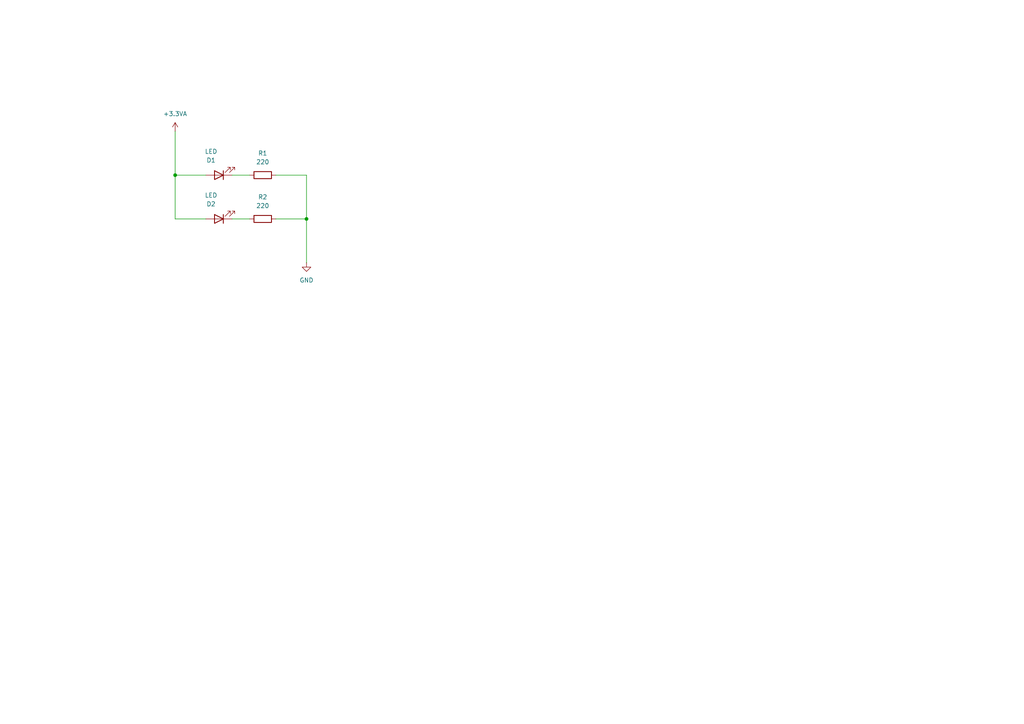
<source format=kicad_sch>
(kicad_sch
	(version 20231120)
	(generator "eeschema")
	(generator_version "8.0")
	(uuid "dad4e623-f579-45b7-80aa-17641b877d79")
	(paper "A4")
	(title_block
		(title "LED1")
		(company "TUES")
	)
	(lib_symbols
		(symbol "Device:LED"
			(pin_numbers hide)
			(pin_names
				(offset 1.016) hide)
			(exclude_from_sim no)
			(in_bom yes)
			(on_board yes)
			(property "Reference" "D"
				(at 0 2.54 0)
				(effects
					(font
						(size 1.27 1.27)
					)
				)
			)
			(property "Value" "LED"
				(at 0 -2.54 0)
				(effects
					(font
						(size 1.27 1.27)
					)
				)
			)
			(property "Footprint" ""
				(at 0 0 0)
				(effects
					(font
						(size 1.27 1.27)
					)
					(hide yes)
				)
			)
			(property "Datasheet" "~"
				(at 0 0 0)
				(effects
					(font
						(size 1.27 1.27)
					)
					(hide yes)
				)
			)
			(property "Description" "Light emitting diode"
				(at 0 0 0)
				(effects
					(font
						(size 1.27 1.27)
					)
					(hide yes)
				)
			)
			(property "ki_keywords" "LED diode"
				(at 0 0 0)
				(effects
					(font
						(size 1.27 1.27)
					)
					(hide yes)
				)
			)
			(property "ki_fp_filters" "LED* LED_SMD:* LED_THT:*"
				(at 0 0 0)
				(effects
					(font
						(size 1.27 1.27)
					)
					(hide yes)
				)
			)
			(symbol "LED_0_1"
				(polyline
					(pts
						(xy -1.27 -1.27) (xy -1.27 1.27)
					)
					(stroke
						(width 0.254)
						(type default)
					)
					(fill
						(type none)
					)
				)
				(polyline
					(pts
						(xy -1.27 0) (xy 1.27 0)
					)
					(stroke
						(width 0)
						(type default)
					)
					(fill
						(type none)
					)
				)
				(polyline
					(pts
						(xy 1.27 -1.27) (xy 1.27 1.27) (xy -1.27 0) (xy 1.27 -1.27)
					)
					(stroke
						(width 0.254)
						(type default)
					)
					(fill
						(type none)
					)
				)
				(polyline
					(pts
						(xy -3.048 -0.762) (xy -4.572 -2.286) (xy -3.81 -2.286) (xy -4.572 -2.286) (xy -4.572 -1.524)
					)
					(stroke
						(width 0)
						(type default)
					)
					(fill
						(type none)
					)
				)
				(polyline
					(pts
						(xy -1.778 -0.762) (xy -3.302 -2.286) (xy -2.54 -2.286) (xy -3.302 -2.286) (xy -3.302 -1.524)
					)
					(stroke
						(width 0)
						(type default)
					)
					(fill
						(type none)
					)
				)
			)
			(symbol "LED_1_1"
				(pin passive line
					(at -3.81 0 0)
					(length 2.54)
					(name "K"
						(effects
							(font
								(size 1.27 1.27)
							)
						)
					)
					(number "1"
						(effects
							(font
								(size 1.27 1.27)
							)
						)
					)
				)
				(pin passive line
					(at 3.81 0 180)
					(length 2.54)
					(name "A"
						(effects
							(font
								(size 1.27 1.27)
							)
						)
					)
					(number "2"
						(effects
							(font
								(size 1.27 1.27)
							)
						)
					)
				)
			)
		)
		(symbol "Device:R"
			(pin_numbers hide)
			(pin_names
				(offset 0)
			)
			(exclude_from_sim no)
			(in_bom yes)
			(on_board yes)
			(property "Reference" "R"
				(at 2.032 0 90)
				(effects
					(font
						(size 1.27 1.27)
					)
				)
			)
			(property "Value" "R"
				(at 0 0 90)
				(effects
					(font
						(size 1.27 1.27)
					)
				)
			)
			(property "Footprint" ""
				(at -1.778 0 90)
				(effects
					(font
						(size 1.27 1.27)
					)
					(hide yes)
				)
			)
			(property "Datasheet" "~"
				(at 0 0 0)
				(effects
					(font
						(size 1.27 1.27)
					)
					(hide yes)
				)
			)
			(property "Description" "Resistor"
				(at 0 0 0)
				(effects
					(font
						(size 1.27 1.27)
					)
					(hide yes)
				)
			)
			(property "ki_keywords" "R res resistor"
				(at 0 0 0)
				(effects
					(font
						(size 1.27 1.27)
					)
					(hide yes)
				)
			)
			(property "ki_fp_filters" "R_*"
				(at 0 0 0)
				(effects
					(font
						(size 1.27 1.27)
					)
					(hide yes)
				)
			)
			(symbol "R_0_1"
				(rectangle
					(start -1.016 -2.54)
					(end 1.016 2.54)
					(stroke
						(width 0.254)
						(type default)
					)
					(fill
						(type none)
					)
				)
			)
			(symbol "R_1_1"
				(pin passive line
					(at 0 3.81 270)
					(length 1.27)
					(name "~"
						(effects
							(font
								(size 1.27 1.27)
							)
						)
					)
					(number "1"
						(effects
							(font
								(size 1.27 1.27)
							)
						)
					)
				)
				(pin passive line
					(at 0 -3.81 90)
					(length 1.27)
					(name "~"
						(effects
							(font
								(size 1.27 1.27)
							)
						)
					)
					(number "2"
						(effects
							(font
								(size 1.27 1.27)
							)
						)
					)
				)
			)
		)
		(symbol "power:+3.3VA"
			(power)
			(pin_numbers hide)
			(pin_names
				(offset 0) hide)
			(exclude_from_sim no)
			(in_bom yes)
			(on_board yes)
			(property "Reference" "#PWR"
				(at 0 -3.81 0)
				(effects
					(font
						(size 1.27 1.27)
					)
					(hide yes)
				)
			)
			(property "Value" "+3.3VA"
				(at 0 3.556 0)
				(effects
					(font
						(size 1.27 1.27)
					)
				)
			)
			(property "Footprint" ""
				(at 0 0 0)
				(effects
					(font
						(size 1.27 1.27)
					)
					(hide yes)
				)
			)
			(property "Datasheet" ""
				(at 0 0 0)
				(effects
					(font
						(size 1.27 1.27)
					)
					(hide yes)
				)
			)
			(property "Description" "Power symbol creates a global label with name \"+3.3VA\""
				(at 0 0 0)
				(effects
					(font
						(size 1.27 1.27)
					)
					(hide yes)
				)
			)
			(property "ki_keywords" "global power"
				(at 0 0 0)
				(effects
					(font
						(size 1.27 1.27)
					)
					(hide yes)
				)
			)
			(symbol "+3.3VA_0_1"
				(polyline
					(pts
						(xy -0.762 1.27) (xy 0 2.54)
					)
					(stroke
						(width 0)
						(type default)
					)
					(fill
						(type none)
					)
				)
				(polyline
					(pts
						(xy 0 0) (xy 0 2.54)
					)
					(stroke
						(width 0)
						(type default)
					)
					(fill
						(type none)
					)
				)
				(polyline
					(pts
						(xy 0 2.54) (xy 0.762 1.27)
					)
					(stroke
						(width 0)
						(type default)
					)
					(fill
						(type none)
					)
				)
			)
			(symbol "+3.3VA_1_1"
				(pin power_in line
					(at 0 0 90)
					(length 0)
					(name "~"
						(effects
							(font
								(size 1.27 1.27)
							)
						)
					)
					(number "1"
						(effects
							(font
								(size 1.27 1.27)
							)
						)
					)
				)
			)
		)
		(symbol "power:GND"
			(power)
			(pin_numbers hide)
			(pin_names
				(offset 0) hide)
			(exclude_from_sim no)
			(in_bom yes)
			(on_board yes)
			(property "Reference" "#PWR"
				(at 0 -6.35 0)
				(effects
					(font
						(size 1.27 1.27)
					)
					(hide yes)
				)
			)
			(property "Value" "GND"
				(at 0 -3.81 0)
				(effects
					(font
						(size 1.27 1.27)
					)
				)
			)
			(property "Footprint" ""
				(at 0 0 0)
				(effects
					(font
						(size 1.27 1.27)
					)
					(hide yes)
				)
			)
			(property "Datasheet" ""
				(at 0 0 0)
				(effects
					(font
						(size 1.27 1.27)
					)
					(hide yes)
				)
			)
			(property "Description" "Power symbol creates a global label with name \"GND\" , ground"
				(at 0 0 0)
				(effects
					(font
						(size 1.27 1.27)
					)
					(hide yes)
				)
			)
			(property "ki_keywords" "global power"
				(at 0 0 0)
				(effects
					(font
						(size 1.27 1.27)
					)
					(hide yes)
				)
			)
			(symbol "GND_0_1"
				(polyline
					(pts
						(xy 0 0) (xy 0 -1.27) (xy 1.27 -1.27) (xy 0 -2.54) (xy -1.27 -1.27) (xy 0 -1.27)
					)
					(stroke
						(width 0)
						(type default)
					)
					(fill
						(type none)
					)
				)
			)
			(symbol "GND_1_1"
				(pin power_in line
					(at 0 0 270)
					(length 0)
					(name "~"
						(effects
							(font
								(size 1.27 1.27)
							)
						)
					)
					(number "1"
						(effects
							(font
								(size 1.27 1.27)
							)
						)
					)
				)
			)
		)
	)
	(junction
		(at 88.9 63.5)
		(diameter 0)
		(color 0 0 0 0)
		(uuid "2e3afada-89f8-434e-9038-ada03cb8e5ab")
	)
	(junction
		(at 50.8 50.8)
		(diameter 0)
		(color 0 0 0 0)
		(uuid "a604d05d-a6e3-4f3f-9668-eba9699d0c33")
	)
	(wire
		(pts
			(xy 67.31 63.5) (xy 72.39 63.5)
		)
		(stroke
			(width 0)
			(type default)
		)
		(uuid "21a1c43e-e00b-4483-b9a9-5fb5b18800db")
	)
	(wire
		(pts
			(xy 59.69 63.5) (xy 50.8 63.5)
		)
		(stroke
			(width 0)
			(type default)
		)
		(uuid "49c4a2a5-9497-44bd-8f6b-d39233516b7a")
	)
	(wire
		(pts
			(xy 80.01 63.5) (xy 88.9 63.5)
		)
		(stroke
			(width 0)
			(type default)
		)
		(uuid "58d1336e-9e87-410c-9f77-b40782c94f41")
	)
	(wire
		(pts
			(xy 50.8 50.8) (xy 59.69 50.8)
		)
		(stroke
			(width 0)
			(type default)
		)
		(uuid "7c256b2b-565f-4072-971b-590660786386")
	)
	(wire
		(pts
			(xy 88.9 50.8) (xy 88.9 63.5)
		)
		(stroke
			(width 0)
			(type default)
		)
		(uuid "7c8f96db-0d1a-4e7f-b72c-902bcf071d23")
	)
	(wire
		(pts
			(xy 88.9 63.5) (xy 88.9 76.2)
		)
		(stroke
			(width 0)
			(type default)
		)
		(uuid "c82662ad-62a3-48c6-850f-ec97bb022782")
	)
	(wire
		(pts
			(xy 50.8 50.8) (xy 50.8 63.5)
		)
		(stroke
			(width 0)
			(type default)
		)
		(uuid "d44ed475-698a-4f12-ab52-d791397a5782")
	)
	(wire
		(pts
			(xy 50.8 38.1) (xy 50.8 50.8)
		)
		(stroke
			(width 0)
			(type default)
		)
		(uuid "df2f5ae0-9695-4b54-b0a9-072ba9a6ae9b")
	)
	(wire
		(pts
			(xy 67.31 50.8) (xy 72.39 50.8)
		)
		(stroke
			(width 0)
			(type default)
		)
		(uuid "e7ce5154-26f0-4400-8e71-3fd8eea1b347")
	)
	(wire
		(pts
			(xy 80.01 50.8) (xy 88.9 50.8)
		)
		(stroke
			(width 0)
			(type default)
		)
		(uuid "f248ede5-0709-4614-bb80-12ed3a8b4942")
	)
	(symbol
		(lib_id "Device:R")
		(at 76.2 63.5 90)
		(unit 1)
		(exclude_from_sim no)
		(in_bom yes)
		(on_board yes)
		(dnp no)
		(fields_autoplaced yes)
		(uuid "29345898-46be-44bd-abc7-f9cf34f1be68")
		(property "Reference" "R2"
			(at 76.2 57.15 90)
			(effects
				(font
					(size 1.27 1.27)
				)
			)
		)
		(property "Value" "220"
			(at 76.2 59.69 90)
			(effects
				(font
					(size 1.27 1.27)
				)
			)
		)
		(property "Footprint" ""
			(at 76.2 65.278 90)
			(effects
				(font
					(size 1.27 1.27)
				)
				(hide yes)
			)
		)
		(property "Datasheet" "~"
			(at 76.2 63.5 0)
			(effects
				(font
					(size 1.27 1.27)
				)
				(hide yes)
			)
		)
		(property "Description" "Resistor"
			(at 76.2 63.5 0)
			(effects
				(font
					(size 1.27 1.27)
				)
				(hide yes)
			)
		)
		(pin "2"
			(uuid "70a4ee89-c312-43c7-8be9-422a40c51b5c")
		)
		(pin "1"
			(uuid "64f27325-4962-4249-adfc-defedc2f016b")
		)
		(instances
			(project ""
				(path "/dad4e623-f579-45b7-80aa-17641b877d79"
					(reference "R2")
					(unit 1)
				)
			)
		)
	)
	(symbol
		(lib_id "power:+3.3VA")
		(at 50.8 38.1 0)
		(unit 1)
		(exclude_from_sim no)
		(in_bom yes)
		(on_board yes)
		(dnp no)
		(fields_autoplaced yes)
		(uuid "3585350a-7d1c-468a-91c2-b9aef0b555a7")
		(property "Reference" "#PWR01"
			(at 50.8 41.91 0)
			(effects
				(font
					(size 1.27 1.27)
				)
				(hide yes)
			)
		)
		(property "Value" "+3.3VA"
			(at 50.8 33.02 0)
			(effects
				(font
					(size 1.27 1.27)
				)
			)
		)
		(property "Footprint" ""
			(at 50.8 38.1 0)
			(effects
				(font
					(size 1.27 1.27)
				)
				(hide yes)
			)
		)
		(property "Datasheet" ""
			(at 50.8 38.1 0)
			(effects
				(font
					(size 1.27 1.27)
				)
				(hide yes)
			)
		)
		(property "Description" "Power symbol creates a global label with name \"+3.3VA\""
			(at 50.8 38.1 0)
			(effects
				(font
					(size 1.27 1.27)
				)
				(hide yes)
			)
		)
		(pin "1"
			(uuid "599b054a-0e92-493e-adaf-c413dcf0ef9d")
		)
		(instances
			(project ""
				(path "/dad4e623-f579-45b7-80aa-17641b877d79"
					(reference "#PWR01")
					(unit 1)
				)
			)
		)
	)
	(symbol
		(lib_id "Device:LED")
		(at 63.5 63.5 180)
		(unit 1)
		(exclude_from_sim no)
		(in_bom yes)
		(on_board yes)
		(dnp no)
		(uuid "5f0d7e2b-a9ff-4942-b2d7-a1445480b82d")
		(property "Reference" "D2"
			(at 61.214 59.182 0)
			(effects
				(font
					(size 1.27 1.27)
				)
			)
		)
		(property "Value" "LED"
			(at 61.214 56.642 0)
			(effects
				(font
					(size 1.27 1.27)
				)
			)
		)
		(property "Footprint" "LED_SMD:LED_0805_2012Metric_Pad1.15x1.40mm_HandSolder"
			(at 63.5 63.5 0)
			(effects
				(font
					(size 1.27 1.27)
				)
				(hide yes)
			)
		)
		(property "Datasheet" "~"
			(at 63.5 63.5 0)
			(effects
				(font
					(size 1.27 1.27)
				)
				(hide yes)
			)
		)
		(property "Description" "Light emitting diode"
			(at 63.5 63.5 0)
			(effects
				(font
					(size 1.27 1.27)
				)
				(hide yes)
			)
		)
		(property "url" "https://store.comet.bg/Catalogue/Product/16990/"
			(at 63.5 63.5 0)
			(effects
				(font
					(size 1.27 1.27)
				)
				(hide yes)
			)
		)
		(property "partNo" "2012SECK"
			(at 63.5 63.5 0)
			(effects
				(font
					(size 1.27 1.27)
				)
				(hide yes)
			)
		)
		(pin "2"
			(uuid "d73f3c03-ea8e-4bd2-8489-58184c979eee")
		)
		(pin "1"
			(uuid "ea66b19b-faa2-4ae6-a9cf-465808b46230")
		)
		(instances
			(project "KiCad_intro"
				(path "/dad4e623-f579-45b7-80aa-17641b877d79"
					(reference "D2")
					(unit 1)
				)
			)
		)
	)
	(symbol
		(lib_id "power:GND")
		(at 88.9 76.2 0)
		(unit 1)
		(exclude_from_sim no)
		(in_bom yes)
		(on_board yes)
		(dnp no)
		(fields_autoplaced yes)
		(uuid "943561f5-2039-41cb-b3dd-a2b251e03648")
		(property "Reference" "#PWR02"
			(at 88.9 82.55 0)
			(effects
				(font
					(size 1.27 1.27)
				)
				(hide yes)
			)
		)
		(property "Value" "GND"
			(at 88.9 81.28 0)
			(effects
				(font
					(size 1.27 1.27)
				)
			)
		)
		(property "Footprint" ""
			(at 88.9 76.2 0)
			(effects
				(font
					(size 1.27 1.27)
				)
				(hide yes)
			)
		)
		(property "Datasheet" ""
			(at 88.9 76.2 0)
			(effects
				(font
					(size 1.27 1.27)
				)
				(hide yes)
			)
		)
		(property "Description" "Power symbol creates a global label with name \"GND\" , ground"
			(at 88.9 76.2 0)
			(effects
				(font
					(size 1.27 1.27)
				)
				(hide yes)
			)
		)
		(pin "1"
			(uuid "c656fcd7-2cda-49ce-b559-a51d9ad1d6f1")
		)
		(instances
			(project ""
				(path "/dad4e623-f579-45b7-80aa-17641b877d79"
					(reference "#PWR02")
					(unit 1)
				)
			)
		)
	)
	(symbol
		(lib_id "Device:R")
		(at 76.2 50.8 90)
		(unit 1)
		(exclude_from_sim no)
		(in_bom yes)
		(on_board yes)
		(dnp no)
		(fields_autoplaced yes)
		(uuid "c978adbc-071f-4488-8eab-8870c08d18f6")
		(property "Reference" "R1"
			(at 76.2 44.45 90)
			(effects
				(font
					(size 1.27 1.27)
				)
			)
		)
		(property "Value" "220"
			(at 76.2 46.99 90)
			(effects
				(font
					(size 1.27 1.27)
				)
			)
		)
		(property "Footprint" "Resistor_SMD:R_0805_2012Metric_Pad1.20x1.40mm_HandSolder"
			(at 76.2 52.578 90)
			(effects
				(font
					(size 1.27 1.27)
				)
				(hide yes)
			)
		)
		(property "Datasheet" "~"
			(at 76.2 50.8 0)
			(effects
				(font
					(size 1.27 1.27)
				)
				(hide yes)
			)
		)
		(property "Description" "Resistor"
			(at 76.2 50.8 0)
			(effects
				(font
					(size 1.27 1.27)
				)
				(hide yes)
			)
		)
		(pin "1"
			(uuid "b36e9bdd-2ed6-480c-bdb0-49995d41c75f")
		)
		(pin "2"
			(uuid "04e7b1cb-f50b-43d5-8cac-847cb3d7b7ba")
		)
		(instances
			(project ""
				(path "/dad4e623-f579-45b7-80aa-17641b877d79"
					(reference "R1")
					(unit 1)
				)
			)
		)
	)
	(symbol
		(lib_id "Device:LED")
		(at 63.5 50.8 180)
		(unit 1)
		(exclude_from_sim no)
		(in_bom yes)
		(on_board yes)
		(dnp no)
		(uuid "d574aef6-e92d-4d7c-92e1-51a35375c6cf")
		(property "Reference" "D1"
			(at 61.214 46.482 0)
			(effects
				(font
					(size 1.27 1.27)
				)
			)
		)
		(property "Value" "LED"
			(at 61.214 43.942 0)
			(effects
				(font
					(size 1.27 1.27)
				)
			)
		)
		(property "Footprint" "LED_SMD:LED_0805_2012Metric_Pad1.15x1.40mm_HandSolder"
			(at 63.5 50.8 0)
			(effects
				(font
					(size 1.27 1.27)
				)
				(hide yes)
			)
		)
		(property "Datasheet" "~"
			(at 63.5 50.8 0)
			(effects
				(font
					(size 1.27 1.27)
				)
				(hide yes)
			)
		)
		(property "Description" "Light emitting diode"
			(at 63.5 50.8 0)
			(effects
				(font
					(size 1.27 1.27)
				)
				(hide yes)
			)
		)
		(property "url" "https://store.comet.bg/Catalogue/Product/16990/"
			(at 63.5 50.8 0)
			(effects
				(font
					(size 1.27 1.27)
				)
				(hide yes)
			)
		)
		(property "partNo" "2012SECK"
			(at 63.5 50.8 0)
			(effects
				(font
					(size 1.27 1.27)
				)
				(hide yes)
			)
		)
		(pin "2"
			(uuid "dcb35322-0892-4b41-87f3-376f0477a78c")
		)
		(pin "1"
			(uuid "a9d65a2b-88ff-40da-a238-19f80ddf801f")
		)
		(instances
			(project ""
				(path "/dad4e623-f579-45b7-80aa-17641b877d79"
					(reference "D1")
					(unit 1)
				)
			)
		)
	)
	(sheet_instances
		(path "/"
			(page "1")
		)
	)
)

</source>
